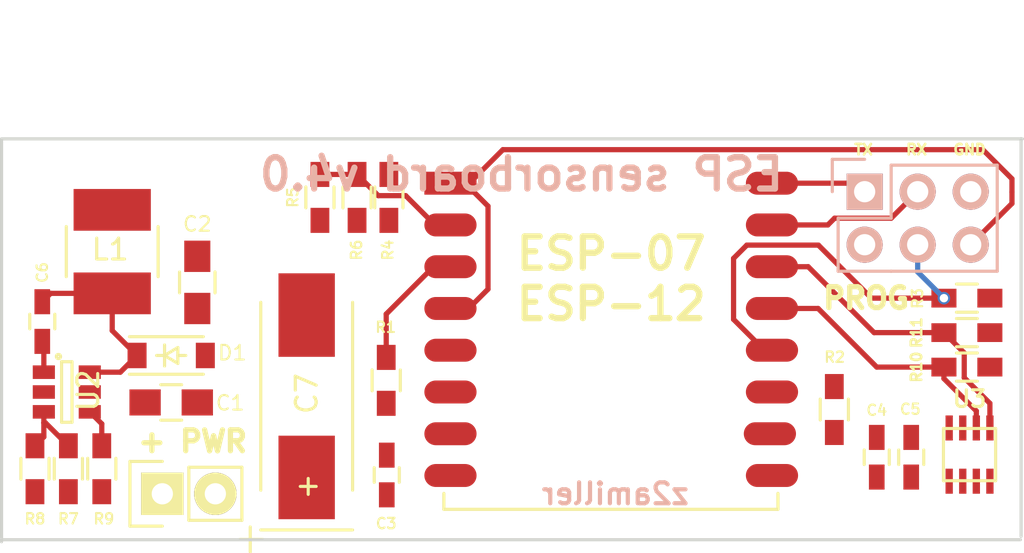
<source format=kicad_pcb>

(kicad_pcb
  (version 20171130)
  (host pcbnew "(5.1.12)-1")
  (general
    (thickness 1.6)
    (drawings 14)
    (tracks 198)
    (zones 0)
    (modules 25)
    (nets 21))
  (page A4)
  (layers
    (0 F.Cu mixed)
    (31 B.Cu mixed)
    (32 B.Adhes user hide)
    (33 F.Adhes user hide)
    (34 B.Paste user hide)
    (35 F.Paste user hide)
    (36 B.SilkS user hide)
    (37 F.SilkS user hide)
    (38 B.Mask user hide)
    (39 F.Mask user hide)
    (40 Dwgs.User user hide)
    (41 Cmts.User user hide)
    (42 Eco1.User user hide)
    (43 Eco2.User user hide)
    (44 Edge.Cuts user)
    (45 Margin user hide)
    (46 B.CrtYd user hide)
    (47 F.CrtYd user hide)
    (48 B.Fab user hide)
    (49 F.Fab user hide))
  (setup
    (last_trace_width 0.25)
    (trace_clearance 0.2)
    (zone_clearance 0.1)
    (zone_45_only yes)
    (trace_min 0.2)
    (via_size 0.6)
    (via_drill 0.4)
    (via_min_size 0.4)
    (via_min_drill 0.3)
    (uvia_size 0.3)
    (uvia_drill 0.1)
    (uvias_allowed no)
    (uvia_min_size 0.2)
    (uvia_min_drill 0.1)
    (edge_width 0.15)
    (segment_width 0.2)
    (pcb_text_width 0.3)
    (pcb_text_size 1.5 1.5)
    (mod_edge_width 0.15)
    (mod_text_size 1 1)
    (mod_text_width 0.15)
    (pad_size 1.524 1.524)
    (pad_drill 0.762)
    (pad_to_mask_clearance 0.2)
    (aux_axis_origin 0 0)
    (grid_origin 143.2 70.1236)
    (visible_elements 7FFFFFFF)
    (pcbplotparams
      (layerselection 0x010f0_ffffffff)
      (usegerberextensions true)
      (usegerberattributes true)
      (usegerberadvancedattributes true)
      (creategerberjobfile true)
      (excludeedgelayer true)
      (linewidth 0.1)
      (plotframeref false)
      (viasonmask false)
      (mode 1)
      (useauxorigin false)
      (hpglpennumber 1)
      (hpglpenspeed 20)
      (hpglpendiameter 15.0)
      (psnegative false)
      (psa4output false)
      (plotreference true)
      (plotvalue false)
      (plotinvisibletext false)
      (padsonsilk false)
      (subtractmaskfromsilk false)
      (outputformat 1)
      (mirror false)
      (drillshape 0)
      (scaleselection 1)
      (outputdirectory "/Users/armil/projects/sensorboard/hardware/sensorboard/gerber/")))
  (net 0 "")
  (net 1 +6V)
  (net 2 GND)
  (net 3 +3V3)
  (net 4 TXD)
  (net 5 RXD)
  (net 6 GPIO0)
  (net 7 GPIO16)
  (net 8 CH_PD)
  (net 9 GPIO15)
  (net 10 "Net-(U1-Pad11)")
  (net 11 ADC_IN)
  (net 12 "Net-(C6-Pad1)")
  (net 13 "Net-(C6-Pad2)")
  (net 14 "Net-(R7-Pad2)")
  (net 15 "Net-(R9-Pad2)")
  (net 16 "Net-(U1-Pad5)")
  (net 17 "Net-(U1-Pad6)")
  (net 18 "Net-(U1-Pad7)")
  (net 19 SDL)
  (net 20 SDA)
  (net_class Default "This is the default net class."
    (clearance 0.2)
    (trace_width 0.25)
    (via_dia 0.6)
    (via_drill 0.4)
    (uvia_dia 0.3)
    (uvia_drill 0.1)
    (add_net +3V3)
    (add_net +6V)
    (add_net ADC_IN)
    (add_net CH_PD)
    (add_net GND)
    (add_net GPIO0)
    (add_net GPIO15)
    (add_net GPIO16)
    (add_net "Net-(C6-Pad1)")
    (add_net "Net-(C6-Pad2)")
    (add_net "Net-(R7-Pad2)")
    (add_net "Net-(R9-Pad2)")
    (add_net "Net-(U1-Pad11)")
    (add_net "Net-(U1-Pad5)")
    (add_net "Net-(U1-Pad6)")
    (add_net "Net-(U1-Pad7)")
    (add_net RXD)
    (add_net SDA)
    (add_net SDL)
    (add_net TXD))
  (net_class 3v3 ""
    (clearance 0.2)
    (trace_width 0.5)
    (via_dia 1)
    (via_drill 0.6)
    (uvia_dia 0.3)
    (uvia_drill 0.1))
  (module Capacitors_SMD:C_0805_HandSoldering
    (layer F.Cu)
    (tedit 56D2463F)
    (tstamp 55FF1E18)
    (at 134.425 85.025)
    (descr "Capacitor SMD 0805, hand soldering")
    (tags "capacitor 0805")
    (path /56D21C9B)
    (attr smd)
    (fp_text reference C1
      (at 2.825 0.025 180)
      (layer F.SilkS)
      (effects
        (font
          (size 0.7 0.7)
          (thickness 0.1))))
    (fp_text value 10uf
      (at 0 2.1)
      (layer F.Fab)
      (effects
        (font
          (size 1 1)
          (thickness 0.15))))
    (fp_line
      (start -0.5 0.85)
      (end 0.5 0.85)
      (layer F.SilkS)
      (width 0.15))
    (fp_line
      (start 0.5 -0.85)
      (end -0.5 -0.85)
      (layer F.SilkS)
      (width 0.15))
    (fp_line
      (start 2.3 -1)
      (end 2.3 1)
      (layer F.CrtYd)
      (width 0.05))
    (fp_line
      (start -2.3 -1)
      (end -2.3 1)
      (layer F.CrtYd)
      (width 0.05))
    (fp_line
      (start -2.3 1)
      (end 2.3 1)
      (layer F.CrtYd)
      (width 0.05))
    (fp_line
      (start -2.3 -1)
      (end 2.3 -1)
      (layer F.CrtYd)
      (width 0.05))
    (pad 1 smd rect
      (at -1.25 0)
      (size 1.5 1.25)
      (layers F.Cu F.Paste F.Mask))
    (pad 2 smd rect
      (at 1.25 0)
      (size 1.5 1.25)
      (layers F.Cu F.Paste F.Mask))
    (model Capacitors_SMD.3dshapes/C_0805_HandSoldering.wrl
      (at
        (xyz 0 0 0))
      (scale
        (xyz 1 1 1))
      (rotate
        (xyz 0 0 0))))
  (module Capacitors_SMD:C_0805_HandSoldering
    (layer F.Cu)
    (tedit 56D24543)
    (tstamp 55FF1E24)
    (at 135.675 79.275 270)
    (descr "Capacitor SMD 0805, hand soldering")
    (tags "capacitor 0805")
    (path /56D223B2)
    (attr smd)
    (fp_text reference C2
      (at -2.794 0)
      (layer F.SilkS)
      (effects
        (font
          (size 0.7 0.7)
          (thickness 0.1))))
    (fp_text value 10uf
      (at 0 2.1 270)
      (layer F.Fab)
      (effects
        (font
          (size 1 1)
          (thickness 0.15))))
    (fp_line
      (start -0.5 0.85)
      (end 0.5 0.85)
      (layer F.SilkS)
      (width 0.15))
    (fp_line
      (start 0.5 -0.85)
      (end -0.5 -0.85)
      (layer F.SilkS)
      (width 0.15))
    (fp_line
      (start 2.3 -1)
      (end 2.3 1)
      (layer F.CrtYd)
      (width 0.05))
    (fp_line
      (start -2.3 -1)
      (end -2.3 1)
      (layer F.CrtYd)
      (width 0.05))
    (fp_line
      (start -2.3 1)
      (end 2.3 1)
      (layer F.CrtYd)
      (width 0.05))
    (fp_line
      (start -2.3 -1)
      (end 2.3 -1)
      (layer F.CrtYd)
      (width 0.05))
    (pad 1 smd rect
      (at -1.25 0 270)
      (size 1.5 1.25)
      (layers F.Cu F.Paste F.Mask))
    (pad 2 smd rect
      (at 1.25 0 270)
      (size 1.5 1.25)
      (layers F.Cu F.Paste F.Mask))
    (model Capacitors_SMD.3dshapes/C_0805_HandSoldering.wrl
      (at
        (xyz 0 0 0))
      (scale
        (xyz 1 1 1))
      (rotate
        (xyz 0 0 0))))
  (module Pin_Headers:Pin_Header_Straight_2x03
    (layer B.Cu)
    (tedit 563E9BC6)
    (tstamp 55FF1E70)
    (at 167.64 74.93 270)
    (descr "Through hole pin header")
    (tags "pin header")
    (path /55FF1B5B)
    (fp_text reference P2
      (at 4.826 -2.794)
      (layer B.SilkS) hide
      (effects
        (font
          (size 1 1)
          (thickness 0.15))
        (justify mirror)))
    (fp_text value PROG
      (at 0 3.1 270)
      (layer B.Fab)
      (effects
        (font
          (size 1 1)
          (thickness 0.15))
        (justify mirror)))
    (fp_line
      (start 3.81 -1.27)
      (end 3.81 1.27)
      (layer B.SilkS)
      (width 0.15))
    (fp_line
      (start 3.81 1.27)
      (end 1.27 1.27)
      (layer B.SilkS)
      (width 0.15))
    (fp_line
      (start -1.55 1.55)
      (end -1.55 0)
      (layer B.SilkS)
      (width 0.15))
    (fp_line
      (start 3.81 -6.35)
      (end 3.81 -1.27)
      (layer B.SilkS)
      (width 0.15))
    (fp_line
      (start -1.27 -6.35)
      (end 3.81 -6.35)
      (layer B.SilkS)
      (width 0.15))
    (fp_line
      (start 1.27 -1.27)
      (end -1.27 -1.27)
      (layer B.SilkS)
      (width 0.15))
    (fp_line
      (start 1.27 1.27)
      (end 1.27 -1.27)
      (layer B.SilkS)
      (width 0.15))
    (fp_line
      (start -1.75 -6.85)
      (end 4.3 -6.85)
      (layer B.CrtYd)
      (width 0.05))
    (fp_line
      (start -1.75 1.75)
      (end 4.3 1.75)
      (layer B.CrtYd)
      (width 0.05))
    (fp_line
      (start 4.3 1.75)
      (end 4.3 -6.85)
      (layer B.CrtYd)
      (width 0.05))
    (fp_line
      (start -1.75 1.75)
      (end -1.75 -6.85)
      (layer B.CrtYd)
      (width 0.05))
    (fp_line
      (start -1.55 1.55)
      (end 0 1.55)
      (layer B.SilkS)
      (width 0.15))
    (fp_line
      (start -1.27 -1.27)
      (end -1.27 -6.35)
      (layer B.SilkS)
      (width 0.15))
    (pad 1 thru_hole rect
      (at 0 0 270)
      (size 1.7272 1.7272)
      (drill 1.016)
      (layers *.Cu *.Mask B.SilkS)
      (net 4 TXD))
    (pad 2 thru_hole oval
      (at 2.54 0 270)
      (size 1.7272 1.7272)
      (drill 1.016)
      (layers *.Cu *.Mask B.SilkS))
    (pad 3 thru_hole oval
      (at 0 -2.54 270)
      (size 1.7272 1.7272)
      (drill 1.016)
      (layers *.Cu *.Mask B.SilkS)
      (net 5 RXD))
    (pad 4 thru_hole oval
      (at 2.54 -2.54 270)
      (size 1.7272 1.7272)
      (drill 1.016)
      (layers *.Cu *.Mask B.SilkS)
      (net 6 GPIO0))
    (pad 5 thru_hole oval
      (at 0 -5.08 270)
      (size 1.7272 1.7272)
      (drill 1.016)
      (layers *.Cu *.Mask B.SilkS))
    (pad 6 thru_hole oval
      (at 2.54 -5.08 270)
      (size 1.7272 1.7272)
      (drill 1.016)
      (layers *.Cu *.Mask B.SilkS)
      (net 7 GPIO16))
    (model Pin_Headers.3dshapes/Pin_Header_Straight_2x03.wrl
      (offset
        (xyz 1.269999980926514 -2.539999961853027 0))
      (scale
        (xyz 1 1 1))
      (rotate
        (xyz 0 0 90))))
  (module ESP8266:ESP-12 locked
    (layer F.Cu)
    (tedit 563E9CAC)
    (tstamp 55FF1EC8)
    (at 148.5011 74.5236)
    (descr "Module, ESP-8266, ESP-12, 16 pad, SMD")
    (tags "Module ESP-8266 ESP8266")
    (path /55FE33C2)
    (fp_text reference U1
      (at 7.0989 14.6764)
      (layer F.SilkS) hide
      (effects
        (font
          (size 1 1)
          (thickness 0.15))))
    (fp_text value ESP-07v2
      (at 6.992 1)
      (layer F.Fab)
      (effects
        (font
          (size 1 1)
          (thickness 0.15))))
    (fp_text user "No Copper"
      (at 6.892 -5.4)
      (layer F.CrtYd)
      (effects
        (font
          (size 1 1)
          (thickness 0.15))))
    (fp_line
      (start -1.008 -8.4)
      (end 14.992 -8.4)
      (layer F.Fab)
      (width 0.05))
    (fp_line
      (start -1.008 15.6)
      (end -1.008 -8.4)
      (layer F.Fab)
      (width 0.05))
    (fp_line
      (start 14.992 15.6)
      (end -1.008 15.6)
      (layer F.Fab)
      (width 0.05))
    (fp_line
      (start 15 -8.4)
      (end 15 15.6)
      (layer F.Fab)
      (width 0.05))
    (fp_line
      (start -1.008 -2.6)
      (end 14.992 -2.6)
      (layer F.CrtYd)
      (width 0.1524))
    (fp_line
      (start -1.008 -8.4)
      (end 14.992 -2.6)
      (layer F.CrtYd)
      (width 0.1524))
    (fp_line
      (start 14.992 -8.4)
      (end -1.008 -2.6)
      (layer F.CrtYd)
      (width 0.1524))
    (fp_line
      (start 14.986 15.621)
      (end 14.986 14.859)
      (layer F.SilkS)
      (width 0.1524))
    (fp_line
      (start -1.016 15.621)
      (end 14.986 15.621)
      (layer F.SilkS)
      (width 0.1524))
    (fp_line
      (start -1.016 14.859)
      (end -1.016 15.621)
      (layer F.SilkS)
      (width 0.1524))
    (fp_line
      (start -1.016 -8.382)
      (end -1.016 -1.016)
      (layer F.CrtYd)
      (width 0.1524))
    (fp_line
      (start 14.986 -8.382)
      (end 14.986 -0.889)
      (layer F.CrtYd)
      (width 0.1524))
    (fp_line
      (start -1.016 -8.382)
      (end 14.986 -8.382)
      (layer F.CrtYd)
      (width 0.1524))
    (fp_line
      (start -2.25 16)
      (end -2.25 -0.5)
      (layer F.CrtYd)
      (width 0.05))
    (fp_line
      (start 16.25 16)
      (end -2.25 16)
      (layer F.CrtYd)
      (width 0.05))
    (fp_line
      (start 16.25 -8.75)
      (end 16.25 16)
      (layer F.CrtYd)
      (width 0.05))
    (fp_line
      (start 15.25 -8.75)
      (end 16.25 -8.75)
      (layer F.CrtYd)
      (width 0.05))
    (fp_line
      (start -2.25 -8.75)
      (end 15.25 -8.75)
      (layer F.CrtYd)
      (width 0.05))
    (fp_line
      (start -2.25 -0.5)
      (end -2.25 -8.75)
      (layer F.CrtYd)
      (width 0.05))
    (pad 1 smd rect
      (at 0 0)
      (size 2.5 1.1)
      (drill
        (offset -0.7 0))
      (layers F.Cu F.Paste F.Mask)
      (net 7 GPIO16))
    (pad 2 smd oval
      (at 0 2)
      (size 2.5 1.1)
      (drill
        (offset -0.7 0))
      (layers F.Cu F.Paste F.Mask)
      (net 11 ADC_IN))
    (pad 3 smd oval
      (at 0 4)
      (size 2.5 1.1)
      (drill
        (offset -0.7 0))
      (layers F.Cu F.Paste F.Mask)
      (net 8 CH_PD))
    (pad 4 smd oval
      (at 0 6)
      (size 2.5 1.1)
      (drill
        (offset -0.7 0))
      (layers F.Cu F.Paste F.Mask)
      (net 7 GPIO16))
    (pad 5 smd oval
      (at 0 8)
      (size 2.5 1.1)
      (drill
        (offset -0.7 0))
      (layers F.Cu F.Paste F.Mask))
    (pad 6 smd oval
      (at 0 10)
      (size 2.5 1.1)
      (drill
        (offset -0.7 0))
      (layers F.Cu F.Paste F.Mask))
    (pad 7 smd oval
      (at 0 12)
      (size 2.5 1.1)
      (drill
        (offset -0.7 0))
      (layers F.Cu F.Paste F.Mask))
    (pad 8 smd oval
      (at 0 14)
      (size 2.5 1.1)
      (drill
        (offset -0.7 0))
      (layers F.Cu F.Paste F.Mask))
    (pad 9 smd oval
      (at 14 14)
      (size 2.5 1.1)
      (drill
        (offset 0.7 0))
      (layers F.Cu F.Paste F.Mask))
    (pad 10 smd oval
      (at 14 12)
      (size 2.5 1.1)
      (drill
        (offset 0.6 0))
      (layers F.Cu F.Paste F.Mask))
    (pad 11 smd oval
      (at 14 10)
      (size 2.5 1.1)
      (drill
        (offset 0.7 0))
      (layers F.Cu F.Paste F.Mask))
    (pad 12 smd oval
      (at 14 8)
      (size 2.5 1.1)
      (drill
        (offset 0.7 0))
      (layers F.Cu F.Paste F.Mask)
      (net 6 GPIO0))
    (pad 13 smd oval
      (at 14 6)
      (size 2.5 1.1)
      (drill
        (offset 0.7 0))
      (layers F.Cu F.Paste F.Mask)
      (net 20 SDA))
    (pad 14 smd oval
      (at 14 4)
      (size 2.5 1.1)
      (drill
        (offset 0.7 0))
      (layers F.Cu F.Paste F.Mask)
      (net 19 SDL))
    (pad 15 smd oval
      (at 14 2)
      (size 2.5 1.1)
      (drill
        (offset 0.7 0))
      (layers F.Cu F.Paste F.Mask)
      (net 5 RXD))
    (pad 16 smd oval
      (at 14 0)
      (size 2.5 1.1)
      (drill
        (offset 0.7 0))
      (layers F.Cu F.Paste F.Mask)
      (net 4 TXD))
    (model ${ESPLIB}/ESP8266.3dshapes/ESP-12.wrl
      (at
        (xyz 0 0 0))
      (scale
        (xyz 0.3937 0.3937 0.3937))
      (rotate
        (xyz 0 0 0))))
  (module Resistors_SMD:R_0603_HandSoldering
    (layer F.Cu)
    (tedit 571FC6FD)
    (tstamp 55FF1EA0)
    (at 144.851 75.2036 90)
    (descr "Resistor SMD 0603, hand soldering")
    (tags "resistor 0603")
    (path /55FF23C6)
    (attr smd)
    (fp_text reference R4
      (at -2.52 -0.051 90)
      (layer F.SilkS)
      (effects
        (font
          (size 0.5 0.5)
          (thickness 0.1))))
    (fp_text value 10k
      (at 0 1.9 90)
      (layer F.Fab)
      (effects
        (font
          (size 1 1)
          (thickness 0.15))))
    (fp_line
      (start -0.5 -0.675)
      (end 0.5 -0.675)
      (layer F.SilkS)
      (width 0.15))
    (fp_line
      (start 0.5 0.675)
      (end -0.5 0.675)
      (layer F.SilkS)
      (width 0.15))
    (fp_line
      (start 2 -0.8)
      (end 2 0.8)
      (layer F.CrtYd)
      (width 0.05))
    (fp_line
      (start -2 -0.8)
      (end -2 0.8)
      (layer F.CrtYd)
      (width 0.05))
    (fp_line
      (start -2 0.8)
      (end 2 0.8)
      (layer F.CrtYd)
      (width 0.05))
    (fp_line
      (start -2 -0.8)
      (end 2 -0.8)
      (layer F.CrtYd)
      (width 0.05))
    (pad 1 smd rect
      (at -1.1 0 90)
      (size 1.2 0.9)
      (layers F.Cu F.Paste F.Mask))
    (pad 2 smd rect
      (at 1.1 0 90)
      (size 1.2 0.9)
      (layers F.Cu F.Paste F.Mask))
    (model Resistors_SMD.3dshapes/R_0603_HandSoldering.wrl
      (at
        (xyz 0 0 0))
      (scale
        (xyz 1 1 1))
      (rotate
        (xyz 0 0 0))))
  (module Resistors_SMD:R_0603_HandSoldering
    (layer F.Cu)
    (tedit 56D246D6)
    (tstamp 55FF1E94)
    (at 172.537 80.0296 180)
    (descr "Resistor SMD 0603, hand soldering")
    (tags "resistor 0603")
    (path /55FF22B8)
    (attr smd)
    (fp_text reference R3
      (at 2.366 -0.016 270)
      (layer F.SilkS)
      (effects
        (font
          (size 0.5 0.5)
          (thickness 0.1))))
    (fp_text value 10k
      (at 0 1.9 180)
      (layer F.Fab)
      (effects
        (font
          (size 1 1)
          (thickness 0.15))))
    (fp_line
      (start -0.5 -0.675)
      (end 0.5 -0.675)
      (layer F.SilkS)
      (width 0.15))
    (fp_line
      (start 0.5 0.675)
      (end -0.5 0.675)
      (layer F.SilkS)
      (width 0.15))
    (fp_line
      (start 2 -0.8)
      (end 2 0.8)
      (layer F.CrtYd)
      (width 0.05))
    (fp_line
      (start -2 -0.8)
      (end -2 0.8)
      (layer F.CrtYd)
      (width 0.05))
    (fp_line
      (start -2 0.8)
      (end 2 0.8)
      (layer F.CrtYd)
      (width 0.05))
    (fp_line
      (start -2 -0.8)
      (end 2 -0.8)
      (layer F.CrtYd)
      (width 0.05))
    (pad 1 smd rect
      (at -1.1 0 180)
      (size 1.2 0.9)
      (layers F.Cu F.Paste F.Mask))
    (pad 2 smd rect
      (at 1.1 0 180)
      (size 1.2 0.9)
      (layers F.Cu F.Paste F.Mask)
      (net 6 GPIO0))
    (model Resistors_SMD.3dshapes/R_0603_HandSoldering.wrl
      (at
        (xyz 0 0 0))
      (scale
        (xyz 1 1 1))
      (rotate
        (xyz 0 0 0))))
  (module Resistors_SMD:R_0603_HandSoldering
    (layer F.Cu)
    (tedit 56D246C3)
    (tstamp 55FF1E88)
    (at 166.187 85.3636 90)
    (descr "Resistor SMD 0603, hand soldering")
    (tags "resistor 0603")
    (path /55FE59B4)
    (attr smd)
    (fp_text reference R2
      (at 2.508 0.016 180)
      (layer F.SilkS)
      (effects
        (font
          (size 0.5 0.5)
          (thickness 0.1))))
    (fp_text value 10k
      (at 0 1.9 90)
      (layer F.Fab)
      (effects
        (font
          (size 1 1)
          (thickness 0.15))))
    (fp_line
      (start -0.5 -0.675)
      (end 0.5 -0.675)
      (layer F.SilkS)
      (width 0.15))
    (fp_line
      (start 0.5 0.675)
      (end -0.5 0.675)
      (layer F.SilkS)
      (width 0.15))
    (fp_line
      (start 2 -0.8)
      (end 2 0.8)
      (layer F.CrtYd)
      (width 0.05))
    (fp_line
      (start -2 -0.8)
      (end -2 0.8)
      (layer F.CrtYd)
      (width 0.05))
    (fp_line
      (start -2 0.8)
      (end 2 0.8)
      (layer F.CrtYd)
      (width 0.05))
    (fp_line
      (start -2 -0.8)
      (end 2 -0.8)
      (layer F.CrtYd)
      (width 0.05))
    (pad 1 smd rect
      (at -1.1 0 90)
      (size 1.2 0.9)
      (layers F.Cu F.Paste F.Mask))
    (pad 2 smd rect
      (at 1.1 0 90)
      (size 1.2 0.9)
      (layers F.Cu F.Paste F.Mask))
    (model Resistors_SMD.3dshapes/R_0603_HandSoldering.wrl
      (at
        (xyz 0 0 0))
      (scale
        (xyz 1 1 1))
      (rotate
        (xyz 0 0 0))))
  (module Resistors_SMD:R_0603_HandSoldering
    (layer F.Cu)
    (tedit 571FC746)
    (tstamp 55FF1E7C)
    (at 144.724 83.9666 90)
    (descr "Resistor SMD 0603, hand soldering")
    (tags "resistor 0603")
    (path /55FE5653)
    (attr smd)
    (fp_text reference R1
      (at 2.543 -0.024 180)
      (layer F.SilkS)
      (effects
        (font
          (size 0.5 0.5)
          (thickness 0.1))))
    (fp_text value 10k
      (at 0 1.9 90)
      (layer F.Fab)
      (effects
        (font
          (size 1 1)
          (thickness 0.15))))
    (fp_line
      (start -0.5 -0.675)
      (end 0.5 -0.675)
      (layer F.SilkS)
      (width 0.15))
    (fp_line
      (start 0.5 0.675)
      (end -0.5 0.675)
      (layer F.SilkS)
      (width 0.15))
    (fp_line
      (start 2 -0.8)
      (end 2 0.8)
      (layer F.CrtYd)
      (width 0.05))
    (fp_line
      (start -2 -0.8)
      (end -2 0.8)
      (layer F.CrtYd)
      (width 0.05))
    (fp_line
      (start -2 0.8)
      (end 2 0.8)
      (layer F.CrtYd)
      (width 0.05))
    (fp_line
      (start -2 -0.8)
      (end 2 -0.8)
      (layer F.CrtYd)
      (width 0.05))
    (pad 1 smd rect
      (at -1.1 0 90)
      (size 1.2 0.9)
      (layers F.Cu F.Paste F.Mask))
    (pad 2 smd rect
      (at 1.1 0 90)
      (size 1.2 0.9)
      (layers F.Cu F.Paste F.Mask)
      (net 8 CH_PD))
    (model Resistors_SMD.3dshapes/R_0603_HandSoldering.wrl
      (at
        (xyz 0 0 0))
      (scale
        (xyz 1 1 1))
      (rotate
        (xyz 0 0 0))))
  (module Capacitors_SMD:C_0603_HandSoldering
    (layer F.Cu)
    (tedit 56D246EA)
    (tstamp 55FF1E48)
    (at 169.87 87.6496 270)
    (descr "Capacitor SMD 0603, hand soldering")
    (tags "capacitor 0603")
    (path /57020FB3)
    (attr smd)
    (fp_text reference C5
      (at -2.302 0.044)
      (layer F.SilkS)
      (effects
        (font
          (size 0.5 0.5)
          (thickness 0.1))))
    (fp_text value 100nf
      (at 0 1.9 270)
      (layer F.Fab)
      (effects
        (font
          (size 1 1)
          (thickness 0.15))))
    (fp_line
      (start 0.35 0.6)
      (end -0.35 0.6)
      (layer F.SilkS)
      (width 0.15))
    (fp_line
      (start -0.35 -0.6)
      (end 0.35 -0.6)
      (layer F.SilkS)
      (width 0.15))
    (fp_line
      (start 1.85 -0.75)
      (end 1.85 0.75)
      (layer F.CrtYd)
      (width 0.05))
    (fp_line
      (start -1.85 -0.75)
      (end -1.85 0.75)
      (layer F.CrtYd)
      (width 0.05))
    (fp_line
      (start -1.85 0.75)
      (end 1.85 0.75)
      (layer F.CrtYd)
      (width 0.05))
    (fp_line
      (start -1.85 -0.75)
      (end 1.85 -0.75)
      (layer F.CrtYd)
      (width 0.05))
    (pad 1 smd rect
      (at -0.95 0 270)
      (size 1.2 0.75)
      (layers F.Cu F.Paste F.Mask))
    (pad 2 smd rect
      (at 0.95 0 270)
      (size 1.2 0.75)
      (layers F.Cu F.Paste F.Mask))
    (model Capacitors_SMD.3dshapes/C_0603_HandSoldering.wrl
      (at
        (xyz 0 0 0))
      (scale
        (xyz 1 1 1))
      (rotate
        (xyz 0 0 0))))
  (module Capacitors_SMD:C_0603_HandSoldering
    (layer F.Cu)
    (tedit 5701F8D2)
    (tstamp 55FF1E30)
    (at 144.75 88.5 90)
    (descr "Capacitor SMD 0603, hand soldering")
    (tags "capacitor 0603")
    (path /55FE3B7D)
    (attr smd)
    (fp_text reference C3
      (at -2.3246 -0.026 180)
      (layer F.SilkS)
      (effects
        (font
          (size 0.5 0.5)
          (thickness 0.1))))
    (fp_text value 100nf
      (at 0 1.9 90)
      (layer F.Fab)
      (effects
        (font
          (size 1 1)
          (thickness 0.15))))
    (fp_line
      (start 0.35 0.6)
      (end -0.35 0.6)
      (layer F.SilkS)
      (width 0.15))
    (fp_line
      (start -0.35 -0.6)
      (end 0.35 -0.6)
      (layer F.SilkS)
      (width 0.15))
    (fp_line
      (start 1.85 -0.75)
      (end 1.85 0.75)
      (layer F.CrtYd)
      (width 0.05))
    (fp_line
      (start -1.85 -0.75)
      (end -1.85 0.75)
      (layer F.CrtYd)
      (width 0.05))
    (fp_line
      (start -1.85 0.75)
      (end 1.85 0.75)
      (layer F.CrtYd)
      (width 0.05))
    (fp_line
      (start -1.85 -0.75)
      (end 1.85 -0.75)
      (layer F.CrtYd)
      (width 0.05))
    (pad 1 smd rect
      (at -0.95 0 90)
      (size 1.2 0.75)
      (layers F.Cu F.Paste F.Mask))
    (pad 2 smd rect
      (at 0.95 0 90)
      (size 1.2 0.75)
      (layers F.Cu F.Paste F.Mask))
    (model Capacitors_SMD.3dshapes/C_0603_HandSoldering.wrl
      (at
        (xyz 0 0 0))
      (scale
        (xyz 1 1 1))
      (rotate
        (xyz 0 0 0))))
  (module Capacitors_SMD:C_0603_HandSoldering
    (layer F.Cu)
    (tedit 56D2470E)
    (tstamp 55FF1E3C)
    (at 168.219 87.6496 270)
    (descr "Capacitor SMD 0603, hand soldering")
    (tags "capacitor 0603")
    (path /57020F20)
    (attr smd)
    (fp_text reference C4
      (at -2.25 0)
      (layer F.SilkS)
      (effects
        (font
          (size 0.5 0.5)
          (thickness 0.1))))
    (fp_text value 100nf
      (at 0 1.9 270)
      (layer F.Fab)
      (effects
        (font
          (size 1 1)
          (thickness 0.15))))
    (fp_line
      (start 0.35 0.6)
      (end -0.35 0.6)
      (layer F.SilkS)
      (width 0.15))
    (fp_line
      (start -0.35 -0.6)
      (end 0.35 -0.6)
      (layer F.SilkS)
      (width 0.15))
    (fp_line
      (start 1.85 -0.75)
      (end 1.85 0.75)
      (layer F.CrtYd)
      (width 0.05))
    (fp_line
      (start -1.85 -0.75)
      (end -1.85 0.75)
      (layer F.CrtYd)
      (width 0.05))
    (fp_line
      (start -1.85 0.75)
      (end 1.85 0.75)
      (layer F.CrtYd)
      (width 0.05))
    (fp_line
      (start -1.85 -0.75)
      (end 1.85 -0.75)
      (layer F.CrtYd)
      (width 0.05))
    (pad 1 smd rect
      (at -0.95 0 270)
      (size 1.2 0.75)
      (layers F.Cu F.Paste F.Mask))
    (pad 2 smd rect
      (at 0.95 0 270)
      (size 1.2 0.75)
      (layers F.Cu F.Paste F.Mask))
    (model Capacitors_SMD.3dshapes/C_0603_HandSoldering.wrl
      (at
        (xyz 0 0 0))
      (scale
        (xyz 1 1 1))
      (rotate
        (xyz 0 0 0))))
  (module Resistors_SMD:R_0603_HandSoldering
    (layer F.Cu)
    (tedit 56D24698)
    (tstamp 5637F355)
    (at 141.549 75.2036 90)
    (descr "Resistor SMD 0603, hand soldering")
    (tags "resistor 0603")
    (path /562D41A2)
    (attr smd)
    (fp_text reference R5
      (at 0 -1.3 90)
      (layer F.SilkS)
      (effects
        (font
          (size 0.5 0.5)
          (thickness 0.1))))
    (fp_text value 470K
      (at 0 1.9 90)
      (layer F.Fab)
      (effects
        (font
          (size 1 1)
          (thickness 0.15))))
    (fp_line
      (start -0.5 -0.675)
      (end 0.5 -0.675)
      (layer F.SilkS)
      (width 0.15))
    (fp_line
      (start 0.5 0.675)
      (end -0.5 0.675)
      (layer F.SilkS)
      (width 0.15))
    (fp_line
      (start 2 -0.8)
      (end 2 0.8)
      (layer F.CrtYd)
      (width 0.05))
    (fp_line
      (start -2 -0.8)
      (end -2 0.8)
      (layer F.CrtYd)
      (width 0.05))
    (fp_line
      (start -2 0.8)
      (end 2 0.8)
      (layer F.CrtYd)
      (width 0.05))
    (fp_line
      (start -2 -0.8)
      (end 2 -0.8)
      (layer F.CrtYd)
      (width 0.05))
    (pad 1 smd rect
      (at -1.1 0 90)
      (size 1.2 0.9)
      (layers F.Cu F.Paste F.Mask))
    (pad 2 smd rect
      (at 1.1 0 90)
      (size 1.2 0.9)
      (layers F.Cu F.Paste F.Mask)
      (net 11 ADC_IN))
    (model Resistors_SMD.3dshapes/R_0603_HandSoldering.wrl
      (at
        (xyz 0 0 0))
      (scale
        (xyz 1 1 1))
      (rotate
        (xyz 0 0 0))))
  (module Resistors_SMD:R_0603_HandSoldering
    (layer F.Cu)
    (tedit 571FC702)
    (tstamp 5637F35B)
    (at 143.327 75.2036 270)
    (descr "Resistor SMD 0603, hand soldering")
    (tags "resistor 0603")
    (path /562D41F0)
    (attr smd)
    (fp_text reference R6
      (at 2.52 0.027 270)
      (layer F.SilkS)
      (effects
        (font
          (size 0.5 0.5)
          (thickness 0.1))))
    (fp_text value 47K
      (at 0 1.9 270)
      (layer F.Fab)
      (effects
        (font
          (size 1 1)
          (thickness 0.15))))
    (fp_line
      (start -0.5 -0.675)
      (end 0.5 -0.675)
      (layer F.SilkS)
      (width 0.15))
    (fp_line
      (start 0.5 0.675)
      (end -0.5 0.675)
      (layer F.SilkS)
      (width 0.15))
    (fp_line
      (start 2 -0.8)
      (end 2 0.8)
      (layer F.CrtYd)
      (width 0.05))
    (fp_line
      (start -2 -0.8)
      (end -2 0.8)
      (layer F.CrtYd)
      (width 0.05))
    (fp_line
      (start -2 0.8)
      (end 2 0.8)
      (layer F.CrtYd)
      (width 0.05))
    (fp_line
      (start -2 -0.8)
      (end 2 -0.8)
      (layer F.CrtYd)
      (width 0.05))
    (pad 1 smd rect
      (at -1.1 0 270)
      (size 1.2 0.9)
      (layers F.Cu F.Paste F.Mask)
      (net 11 ADC_IN))
    (pad 2 smd rect
      (at 1.1 0 270)
      (size 1.2 0.9)
      (layers F.Cu F.Paste F.Mask))
    (model Resistors_SMD.3dshapes/R_0603_HandSoldering.wrl
      (at
        (xyz 0 0 0))
      (scale
        (xyz 1 1 1))
      (rotate
        (xyz 0 0 0))))
  (module Capacitors_SMD:C_0603_HandSoldering
    (layer F.Cu)
    (tedit 56D2467C)
    (tstamp 56D222AA)
    (at 128.25 81.15 90)
    (descr "Capacitor SMD 0603, hand soldering")
    (tags "capacitor 0603")
    (path /56D21DE9)
    (attr smd)
    (fp_text reference C6
      (at 2.35 0 90)
      (layer F.SilkS)
      (effects
        (font
          (size 0.5 0.5)
          (thickness 0.1))))
    (fp_text value 1uf
      (at 0 1.9 90)
      (layer F.Fab)
      (effects
        (font
          (size 1 1)
          (thickness 0.15))))
    (fp_line
      (start 0.35 0.6)
      (end -0.35 0.6)
      (layer F.SilkS)
      (width 0.15))
    (fp_line
      (start -0.35 -0.6)
      (end 0.35 -0.6)
      (layer F.SilkS)
      (width 0.15))
    (fp_line
      (start 1.85 -0.75)
      (end 1.85 0.75)
      (layer F.CrtYd)
      (width 0.05))
    (fp_line
      (start -1.85 -0.75)
      (end -1.85 0.75)
      (layer F.CrtYd)
      (width 0.05))
    (fp_line
      (start -1.85 0.75)
      (end 1.85 0.75)
      (layer F.CrtYd)
      (width 0.05))
    (fp_line
      (start -1.85 -0.75)
      (end 1.85 -0.75)
      (layer F.CrtYd)
      (width 0.05))
    (pad 1 smd rect
      (at -0.95 0 90)
      (size 1.2 0.75)
      (layers F.Cu F.Paste F.Mask)
      (net 12 "Net-(C6-Pad1)"))
    (pad 2 smd rect
      (at 0.95 0 90)
      (size 1.2 0.75)
      (layers F.Cu F.Paste F.Mask)
      (net 13 "Net-(C6-Pad2)"))
    (model Capacitors_SMD.3dshapes/C_0603_HandSoldering.wrl
      (at
        (xyz 0 0 0))
      (scale
        (xyz 1 1 1))
      (rotate
        (xyz 0 0 0))))
  (module Diodes_SMD:SOD-123
    (layer F.Cu)
    (tedit 56D2453B)
    (tstamp 56D222B0)
    (at 134.425 82.775)
    (descr SOD-123)
    (tags SOD-123)
    (path /56D220A1)
    (attr smd)
    (fp_text reference D1
      (at 2.925 -0.125)
      (layer F.SilkS)
      (effects
        (font
          (size 0.7 0.7)
          (thickness 0.1))))
    (fp_text value "60V 1A"
      (at 0 2.1)
      (layer F.Fab)
      (effects
        (font
          (size 1 1)
          (thickness 0.15))))
    (fp_line
      (start -2 -0.9)
      (end 1.54 -0.9)
      (layer F.SilkS)
      (width 0.15))
    (fp_line
      (start -2 0.9)
      (end 1.54 0.9)
      (layer F.SilkS)
      (width 0.15))
    (fp_line
      (start -2.25 -1.05)
      (end -2.25 1.05)
      (layer F.CrtYd)
      (width 0.05))
    (fp_line
      (start 2.25 1.05)
      (end -2.25 1.05)
      (layer F.CrtYd)
      (width 0.05))
    (fp_line
      (start 2.25 -1.05)
      (end 2.25 1.05)
      (layer F.CrtYd)
      (width 0.05))
    (fp_line
      (start -2.25 -1.05)
      (end 2.25 -1.05)
      (layer F.CrtYd)
      (width 0.05))
    (fp_line
      (start -0.3175 -0.508)
      (end -0.3175 0.508)
      (layer F.SilkS)
      (width 0.15))
    (fp_line
      (start 0.3175 0.381)
      (end -0.3175 0)
      (layer F.SilkS)
      (width 0.15))
    (fp_line
      (start 0.3175 -0.381)
      (end 0.3175 0.381)
      (layer F.SilkS)
      (width 0.15))
    (fp_line
      (start -0.3175 0)
      (end 0.3175 -0.381)
      (layer F.SilkS)
      (width 0.15))
    (fp_line
      (start -0.6985 0)
      (end -0.3175 0)
      (layer F.SilkS)
      (width 0.15))
    (fp_line
      (start 0.3175 0)
      (end 0.6985 0)
      (layer F.SilkS)
      (width 0.15))
    (pad 1 smd rect
      (at -1.635 0)
      (size 0.91 1.22)
      (layers F.Cu F.Paste F.Mask)
      (net 13 "Net-(C6-Pad2)"))
    (pad 2 smd rect
      (at 1.635 0)
      (size 0.91 1.22)
      (layers F.Cu F.Paste F.Mask)))
  (module Pin_Headers:Pin_Header_Straight_1x02
    (layer F.Cu)
    (tedit 56D24613)
    (tstamp 56D222C1)
    (at 134 89.4 90)
    (descr "Through hole pin header")
    (tags "pin header")
    (path /55FE3681)
    (fp_text reference P1
      (at 2.5 2.5 180)
      (layer F.SilkS) hide
      (effects
        (font
          (size 1 1)
          (thickness 0.15))))
    (fp_text value PWR
      (at 0 -3.1 90)
      (layer F.Fab)
      (effects
        (font
          (size 1 1)
          (thickness 0.15))))
    (fp_line
      (start -1.27 3.81)
      (end 1.27 3.81)
      (layer F.SilkS)
      (width 0.15))
    (fp_line
      (start -1.27 1.27)
      (end -1.27 3.81)
      (layer F.SilkS)
      (width 0.15))
    (fp_line
      (start -1.55 -1.55)
      (end 1.55 -1.55)
      (layer F.SilkS)
      (width 0.15))
    (fp_line
      (start -1.55 0)
      (end -1.55 -1.55)
      (layer F.SilkS)
      (width 0.15))
    (fp_line
      (start 1.27 1.27)
      (end -1.27 1.27)
      (layer F.SilkS)
      (width 0.15))
    (fp_line
      (start -1.75 4.3)
      (end 1.75 4.3)
      (layer F.CrtYd)
      (width 0.05))
    (fp_line
      (start -1.75 -1.75)
      (end 1.75 -1.75)
      (layer F.CrtYd)
      (width 0.05))
    (fp_line
      (start 1.75 -1.75)
      (end 1.75 4.3)
      (layer F.CrtYd)
      (width 0.05))
    (fp_line
      (start -1.75 -1.75)
      (end -1.75 4.3)
      (layer F.CrtYd)
      (width 0.05))
    (fp_line
      (start 1.55 -1.55)
      (end 1.55 0)
      (layer F.SilkS)
      (width 0.15))
    (fp_line
      (start 1.27 1.27)
      (end 1.27 3.81)
      (layer F.SilkS)
      (width 0.15))
    (pad 1 thru_hole rect
      (at 0 0 90)
      (size 2.032 2.032)
      (drill 1.016)
      (layers *.Cu *.Mask F.SilkS))
    (pad 2 thru_hole oval
      (at 0 2.54 90)
      (size 2.032 2.032)
      (drill 1.016)
      (layers *.Cu *.Mask F.SilkS))
    (model Pin_Headers.3dshapes/Pin_Header_Straight_1x02.wrl
      (offset
        (xyz 0 -1.269999980926514 0))
      (scale
        (xyz 1 1 1))
      (rotate
        (xyz 0 0 90))))
  (module Resistors_SMD:R_0603_HandSoldering
    (layer F.Cu)
    (tedit 56D24667)
    (tstamp 56D222C7)
    (at 129.5 88.2 90)
    (descr "Resistor SMD 0603, hand soldering")
    (tags "resistor 0603")
    (path /56D22281)
    (attr smd)
    (fp_text reference R7
      (at -2.4 0 180)
      (layer F.SilkS)
      (effects
        (font
          (size 0.5 0.5)
          (thickness 0.1))))
    (fp_text value 33k
      (at 0 1.9 90)
      (layer F.Fab)
      (effects
        (font
          (size 1 1)
          (thickness 0.15))))
    (fp_line
      (start -0.5 -0.675)
      (end 0.5 -0.675)
      (layer F.SilkS)
      (width 0.15))
    (fp_line
      (start 0.5 0.675)
      (end -0.5 0.675)
      (layer F.SilkS)
      (width 0.15))
    (fp_line
      (start 2 -0.8)
      (end 2 0.8)
      (layer F.CrtYd)
      (width 0.05))
    (fp_line
      (start -2 -0.8)
      (end -2 0.8)
      (layer F.CrtYd)
      (width 0.05))
    (fp_line
      (start -2 0.8)
      (end 2 0.8)
      (layer F.CrtYd)
      (width 0.05))
    (fp_line
      (start -2 -0.8)
      (end 2 -0.8)
      (layer F.CrtYd)
      (width 0.05))
    (pad 1 smd rect
      (at -1.1 0 90)
      (size 1.2 0.9)
      (layers F.Cu F.Paste F.Mask))
    (pad 2 smd rect
      (at 1.1 0 90)
      (size 1.2 0.9)
      (layers F.Cu F.Paste F.Mask)
      (net 14 "Net-(R7-Pad2)"))
    (model Resistors_SMD.3dshapes/R_0603_HandSoldering.wrl
      (at
        (xyz 0 0 0))
      (scale
        (xyz 1 1 1))
      (rotate
        (xyz 0 0 0))))
  (module Resistors_SMD:R_0603_HandSoldering
    (layer F.Cu)
    (tedit 56D245F3)
    (tstamp 56D222CD)
    (at 127.9 88.2 270)
    (descr "Resistor SMD 0603, hand soldering")
    (tags "resistor 0603")
    (path /56D222F6)
    (attr smd)
    (fp_text reference R8
      (at 2.4 0)
      (layer F.SilkS)
      (effects
        (font
          (size 0.5 0.5)
          (thickness 0.1))))
    (fp_text value 10k
      (at 0 1.9 270)
      (layer F.Fab)
      (effects
        (font
          (size 1 1)
          (thickness 0.15))))
    (fp_line
      (start -0.5 -0.675)
      (end 0.5 -0.675)
      (layer F.SilkS)
      (width 0.15))
    (fp_line
      (start 0.5 0.675)
      (end -0.5 0.675)
      (layer F.SilkS)
      (width 0.15))
    (fp_line
      (start 2 -0.8)
      (end 2 0.8)
      (layer F.CrtYd)
      (width 0.05))
    (fp_line
      (start -2 -0.8)
      (end -2 0.8)
      (layer F.CrtYd)
      (width 0.05))
    (fp_line
      (start -2 0.8)
      (end 2 0.8)
      (layer F.CrtYd)
      (width 0.05))
    (fp_line
      (start -2 -0.8)
      (end 2 -0.8)
      (layer F.CrtYd)
      (width 0.05))
    (pad 1 smd rect
      (at -1.1 0 270)
      (size 1.2 0.9)
      (layers F.Cu F.Paste F.Mask)
      (net 14 "Net-(R7-Pad2)"))
    (pad 2 smd rect
      (at 1.1 0 270)
      (size 1.2 0.9)
      (layers F.Cu F.Paste F.Mask))
    (model Resistors_SMD.3dshapes/R_0603_HandSoldering.wrl
      (at
        (xyz 0 0 0))
      (scale
        (xyz 1 1 1))
      (rotate
        (xyz 0 0 0))))
  (module Resistors_SMD:R_0603_HandSoldering
    (layer F.Cu)
    (tedit 56D245C8)
    (tstamp 56D222D3)
    (at 131.1 88.2 90)
    (descr "Resistor SMD 0603, hand soldering")
    (tags "resistor 0603")
    (path /56D21B46)
    (attr smd)
    (fp_text reference R9
      (at -2.4 0.1 180)
      (layer F.SilkS)
      (effects
        (font
          (size 0.5 0.5)
          (thickness 0.1))))
    (fp_text value 100k
      (at 0 1.9 90)
      (layer F.Fab)
      (effects
        (font
          (size 1 1)
          (thickness 0.15))))
    (fp_line
      (start -0.5 -0.675)
      (end 0.5 -0.675)
      (layer F.SilkS)
      (width 0.15))
    (fp_line
      (start 0.5 0.675)
      (end -0.5 0.675)
      (layer F.SilkS)
      (width 0.15))
    (fp_line
      (start 2 -0.8)
      (end 2 0.8)
      (layer F.CrtYd)
      (width 0.05))
    (fp_line
      (start -2 -0.8)
      (end -2 0.8)
      (layer F.CrtYd)
      (width 0.05))
    (fp_line
      (start -2 0.8)
      (end 2 0.8)
      (layer F.CrtYd)
      (width 0.05))
    (fp_line
      (start -2 -0.8)
      (end 2 -0.8)
      (layer F.CrtYd)
      (width 0.05))
    (pad 1 smd rect
      (at -1.1 0 90)
      (size 1.2 0.9)
      (layers F.Cu F.Paste F.Mask))
    (pad 2 smd rect
      (at 1.1 0 90)
      (size 1.2 0.9)
      (layers F.Cu F.Paste F.Mask)
      (net 15 "Net-(R9-Pad2)"))
    (model Resistors_SMD.3dshapes/R_0603_HandSoldering.wrl
      (at
        (xyz 0 0 0))
      (scale
        (xyz 1 1 1))
      (rotate
        (xyz 0 0 0))))
  (module TO_SOT_Packages_SMD:SOT-23-6
    (layer F.Cu)
    (tedit 56D24567)
    (tstamp 56D223CC)
    (at 129.425 84.525)
    (descr "6-pin SOT-23 package")
    (tags SOT-23-6)
    (path /56D21A04)
    (solder_mask_margin 0.1)
    (attr smd)
    (fp_text reference U2
      (at 1.025 -0.075 270)
      (layer F.SilkS)
      (effects
        (font
          (size 1 1)
          (thickness 0.15))))
    (fp_text value LMR16006Y
      (at 0 2.9)
      (layer F.Fab)
      (effects
        (font
          (size 1 1)
          (thickness 0.15))))
    (fp_line
      (start -0.25 -1.45)
      (end -0.25 1.45)
      (layer F.SilkS)
      (width 0.15))
    (fp_line
      (start -0.25 1.45)
      (end 0.25 1.45)
      (layer F.SilkS)
      (width 0.15))
    (fp_line
      (start 0.25 1.45)
      (end 0.25 -1.45)
      (layer F.SilkS)
      (width 0.15))
    (fp_line
      (start 0.25 -1.45)
      (end -0.25 -1.45)
      (layer F.SilkS)
      (width 0.15))
    (fp_circle
      (center -0.4 -1.7)
      (end -0.3 -1.7)
      (layer F.SilkS)
      (width 0.15))
    (pad 1 smd rect
      (at -1.1 -0.95)
      (size 1.06 0.65)
      (layers F.Cu F.Paste F.Mask)
      (net 12 "Net-(C6-Pad1)"))
    (pad 2 smd rect
      (at -1.1 0)
      (size 1.06 0.65)
      (layers F.Cu F.Paste F.Mask))
    (pad 3 smd rect
      (at -1.1 0.95)
      (size 1.06 0.65)
      (layers F.Cu F.Paste F.Mask)
      (net 14 "Net-(R7-Pad2)"))
    (pad 4 smd rect
      (at 1.1 0.95)
      (size 1.06 0.65)
      (layers F.Cu F.Paste F.Mask)
      (net 15 "Net-(R9-Pad2)"))
    (pad 6 smd rect
      (at 1.1 -0.95)
      (size 1.06 0.65)
      (layers F.Cu F.Paste F.Mask)
      (net 13 "Net-(C6-Pad2)"))
    (pad 5 smd rect
      (at 1.1 0)
      (size 1.06 0.65)
      (layers F.Cu F.Paste F.Mask))
    (model TO_SOT_Packages_SMD.3dshapes/SOT-23-6.wrl
      (at
        (xyz 0 0 0))
      (scale
        (xyz 1 1 1))
      (rotate
        (xyz 0 0 0))))
  (module Inductors:NR4018_HandSoldering
    (layer F.Cu)
    (tedit 56DA72D7)
    (tstamp 56D222BB)
    (at 131.6 77.8 90)
    (descr http://www.yuden.co.jp/productdata/catalog/en/wound04_e.pdf)
    (path /56D221DD)
    (attr smd)
    (fp_text reference L1
      (at 0.1 -0.1 180)
      (layer F.SilkS)
      (effects
        (font
          (size 1 1)
          (thickness 0.15))))
    (fp_text value 10uh
      (at 0 -3.2 90)
      (layer F.Fab)
      (effects
        (font
          (size 1 1)
          (thickness 0.15))))
    (fp_line
      (start 1.2 2.2)
      (end -1.2 2.2)
      (layer F.SilkS)
      (width 0.15))
    (fp_line
      (start -1.2 -2.2)
      (end 1.2 -2.2)
      (layer F.SilkS)
      (width 0.15))
    (fp_line
      (start -3.5 -2.4)
      (end 3.5 -2.4)
      (layer F.CrtYd)
      (width 0.05))
    (fp_line
      (start 3.5 -2.4)
      (end 3.5 2.4)
      (layer F.CrtYd)
      (width 0.05))
    (fp_line
      (start 3.5 2.4)
      (end -3.5 2.4)
      (layer F.CrtYd)
      (width 0.05))
    (fp_line
      (start -3.5 2.4)
      (end -3.5 -2.4)
      (layer F.CrtYd)
      (width 0.05))
    (pad 1 smd rect
      (at -2 0 90)
      (size 2 3.7)
      (layers F.Cu F.Paste F.Mask)
      (net 13 "Net-(C6-Pad2)"))
    (pad 2 smd rect
      (at 2 0 90)
      (size 2 3.7)
      (layers F.Cu F.Paste F.Mask)))
  (module Resistors_SMD:R_0603_HandSoldering
    (layer F.Cu)
    (tedit 5702A18B)
    (tstamp 5701F826)
    (at 172.537 83.3316)
    (descr "Resistor SMD 0603, hand soldering")
    (tags "resistor 0603")
    (path /57021BB4)
    (attr smd)
    (fp_text reference R10
      (at -2.413 0 90)
      (layer F.SilkS)
      (effects
        (font
          (size 0.5 0.5)
          (thickness 0.125))))
    (fp_text value 10k
      (at 0 1.9)
      (layer F.Fab)
      (effects
        (font
          (size 1 1)
          (thickness 0.15))))
    (fp_line
      (start -0.5 -0.675)
      (end 0.5 -0.675)
      (layer F.SilkS)
      (width 0.15))
    (fp_line
      (start 0.5 0.675)
      (end -0.5 0.675)
      (layer F.SilkS)
      (width 0.15))
    (fp_line
      (start 2 -0.8)
      (end 2 0.8)
      (layer F.CrtYd)
      (width 0.05))
    (fp_line
      (start -2 -0.8)
      (end -2 0.8)
      (layer F.CrtYd)
      (width 0.05))
    (fp_line
      (start -2 0.8)
      (end 2 0.8)
      (layer F.CrtYd)
      (width 0.05))
    (fp_line
      (start -2 -0.8)
      (end 2 -0.8)
      (layer F.CrtYd)
      (width 0.05))
    (pad 1 smd rect
      (at -1.1 0)
      (size 1.2 0.9)
      (layers F.Cu F.Paste F.Mask)
      (net 20 SDA))
    (pad 2 smd rect
      (at 1.1 0)
      (size 1.2 0.9)
      (layers F.Cu F.Paste F.Mask))
    (model Resistors_SMD.3dshapes/R_0603_HandSoldering.wrl
      (at
        (xyz 0 0 0))
      (scale
        (xyz 1 1 1))
      (rotate
        (xyz 0 0 0))))
  (module Resistors_SMD:R_0603_HandSoldering
    (layer F.Cu)
    (tedit 5702A190)
    (tstamp 5701F82C)
    (at 172.537 81.6806)
    (descr "Resistor SMD 0603, hand soldering")
    (tags "resistor 0603")
    (path /57021C68)
    (attr smd)
    (fp_text reference R11
      (at -2.413 0 90)
      (layer F.SilkS)
      (effects
        (font
          (size 0.5 0.5)
          (thickness 0.125))))
    (fp_text value 10k
      (at 0 1.9)
      (layer F.Fab)
      (effects
        (font
          (size 1 1)
          (thickness 0.15))))
    (fp_line
      (start -0.5 -0.675)
      (end 0.5 -0.675)
      (layer F.SilkS)
      (width 0.15))
    (fp_line
      (start 0.5 0.675)
      (end -0.5 0.675)
      (layer F.SilkS)
      (width 0.15))
    (fp_line
      (start 2 -0.8)
      (end 2 0.8)
      (layer F.CrtYd)
      (width 0.05))
    (fp_line
      (start -2 -0.8)
      (end -2 0.8)
      (layer F.CrtYd)
      (width 0.05))
    (fp_line
      (start -2 0.8)
      (end 2 0.8)
      (layer F.CrtYd)
      (width 0.05))
    (fp_line
      (start -2 -0.8)
      (end 2 -0.8)
      (layer F.CrtYd)
      (width 0.05))
    (pad 1 smd rect
      (at -1.1 0)
      (size 1.2 0.9)
      (layers F.Cu F.Paste F.Mask)
      (net 19 SDL))
    (pad 2 smd rect
      (at 1.1 0)
      (size 1.2 0.9)
      (layers F.Cu F.Paste F.Mask))
    (model Resistors_SMD.3dshapes/R_0603_HandSoldering.wrl
      (at
        (xyz 0 0 0))
      (scale
        (xyz 1 1 1))
      (rotate
        (xyz 0 0 0))))
  (module TO_SOT_Packages_SMD:FGA8
    (layer F.Cu)
    (tedit 5702A1FF)
    (tstamp 5701F838)
    (at 172.664 87.5226)
    (path /570205E1)
    (fp_text reference U3
      (at 0 -2.667 180)
      (layer F.SilkS)
      (effects
        (font
          (size 0.8 0.8)
          (thickness 0.15))))
    (fp_text value BME280
      (at 0 0)
      (layer F.Fab)
      (effects
        (font
          (size 0.8 0.8)
          (thickness 0.15))))
    (fp_line
      (start 1.25 1.25)
      (end -1.25 1.25)
      (layer F.SilkS)
      (width 0.15))
    (fp_line
      (start 1.25 -1.25)
      (end 1.25 1.25)
      (layer F.SilkS)
      (width 0.15))
    (fp_line
      (start -1.25 1.25)
      (end -1.25 -1.25)
      (layer F.SilkS)
      (width 0.15))
    (fp_line
      (start -1.25 -1.25)
      (end 1.25 -1.25)
      (layer F.SilkS)
      (width 0.15))
    (pad 1 smd rect
      (at -0.975 -1.275)
      (size 0.35 1.2)
      (layers F.Cu F.Paste F.Mask))
    (pad 8 smd rect
      (at -0.975 1.275)
      (size 0.35 1.2)
      (layers F.Cu F.Paste F.Mask))
    (pad 2 smd rect
      (at -0.325 -1.275)
      (size 0.35 1.2)
      (layers F.Cu F.Paste F.Mask))
    (pad 7 smd rect
      (at -0.325 1.275)
      (size 0.35 1.2)
      (layers F.Cu F.Paste F.Mask))
    (pad 3 smd rect
      (at 0.325 -1.275)
      (size 0.35 1.2)
      (layers F.Cu F.Paste F.Mask)
      (net 20 SDA))
    (pad 6 smd rect
      (at 0.325 1.275)
      (size 0.35 1.2)
      (layers F.Cu F.Paste F.Mask))
    (pad 4 smd rect
      (at 0.975 -1.275)
      (size 0.35 1.2)
      (layers F.Cu F.Paste F.Mask)
      (net 19 SDL))
    (pad 5 smd rect
      (at 0.975 1.275)
      (size 0.35 1.2)
      (layers F.Cu F.Paste F.Mask)))
  (module Capacitors_Tantalum_SMD:TantalC_SizeD_EIA-7343_HandSoldering
    (layer F.Cu)
    (tedit 5702A8EF)
    (tstamp 570201EF)
    (at 140.914 84.7286 90)
    (descr "Tantal Cap. , Size D, EIA-7343, Hand Soldering,")
    (tags "Tantal Cap. , Size D, EIA-7343, Hand Soldering,")
    (path /570233D4)
    (attr smd)
    (fp_text reference C7
      (at 0.127 0 90)
      (layer F.SilkS)
      (effects
        (font
          (size 1 1)
          (thickness 0.15))))
    (fp_text value 100uf
      (at -0.09906 3.59918 90)
      (layer F.Fab)
      (effects
        (font
          (size 1 1)
          (thickness 0.15))))
    (fp_text user +
      (at -4.318 0 90)
      (layer F.SilkS)
      (effects
        (font
          (size 1 1)
          (thickness 0.15))))
    (fp_line
      (start -7.45744 -2.70256)
      (end -6.25856 -2.70256)
      (layer F.SilkS)
      (width 0.15))
    (fp_line
      (start -6.858 -3.20294)
      (end -6.858 -2.10312)
      (layer F.SilkS)
      (width 0.15))
    (fp_line
      (start 4.50088 -2.19964)
      (end -4.50088 -2.19964)
      (layer F.SilkS)
      (width 0.15))
    (fp_line
      (start -4.50088 2.19964)
      (end 4.50088 2.19964)
      (layer F.SilkS)
      (width 0.15))
    (fp_line
      (start -6.40334 -2.19964)
      (end -6.40334 2.19964)
      (layer F.SilkS)
      (width 0.15))
    (pad 2 smd rect
      (at 3.88874 0 90)
      (size 4.0005 2.70002)
      (layers F.Cu F.Paste F.Mask))
    (pad 1 smd rect
      (at -3.88874 0 90)
      (size 4.0005 2.70002)
      (layers F.Cu F.Paste F.Mask))
    (model Capacitors_Tantalum_SMD.3dshapes/TantalC_SizeD_EIA-7343_HandSoldering.wrl
      (at
        (xyz 0 0 0))
      (scale
        (xyz 1 1 1))
      (rotate
        (xyz 0 0 180))))
  (gr_text GND
    (at 172.664 72.9176)
    (layer F.SilkS)
    (effects
      (font
        (size 0.5 0.5)
        (thickness 0.125))))
  (gr_text RX
    (at 170.124 72.9176)
    (layer F.SilkS)
    (effects
      (font
        (size 0.5 0.5)
        (thickness 0.125))))
  (gr_text TX
    (at 167.584 72.9176)
    (layer F.SilkS)
    (effects
      (font
        (size 0.5 0.5)
        (thickness 0.125))))
  (gr_text "ESP sensorboard v4.0"
    (at 151.2 74.1)
    (layer B.SilkS)
    (effects
      (font
        (size 1.5 1.5)
        (thickness 0.3))
      (justify mirror)))
  (gr_text z2amiller
    (at 155.7 89.4)
    (layer B.SilkS)
    (effects
      (font
        (size 1 1)
        (thickness 0.2))
      (justify mirror)))
  (gr_text PROG
    (at 167.711 80.0296)
    (layer F.SilkS)
    (effects
      (font
        (size 1 1)
        (thickness 0.25))))
  (gr_text "ESP-07\nESP-12"
    (at 155.5 79.1)
    (layer F.SilkS)
    (effects
      (font
        (size 1.5 1.5)
        (thickness 0.3))))
  (gr_text "+ PWR"
    (at 135.453 86.8876)
    (layer F.SilkS)
    (effects
      (font
        (size 1 1)
        (thickness 0.25))))
  (gr_line
    (start 126.3 91.6)
    (end 126.3 91.7)
    (angle 90)
    (layer Edge.Cuts)
    (width 0.15))
  (gr_line
    (start 175.1 91.6)
    (end 126.3 91.6)
    (angle 90)
    (layer Edge.Cuts)
    (width 0.15))
  (gr_line
    (start 126.3 72.4)
    (end 175.2 72.4)
    (angle 90)
    (layer Edge.Cuts)
    (width 0.15))
  (gr_line
    (start 175.133 72.517)
    (end 175.133 91.44)
    (angle 90)
    (layer Edge.Cuts)
    (width 0.15))
  (gr_line
    (start 126.3 72.4)
    (end 126.3 91.5)
    (angle 90)
    (layer Edge.Cuts)
    (width 0.15))
  (gr_line
    (start 175.133 72.39)
    (end 175.133 72.517)
    (angle 90)
    (layer Edge.Cuts)
    (width 0.15))
  (segment
    (start 162.5011 74.5236)
    (end 167.2336 74.5236)
    (width 0.25)
    (layer F.Cu)
    (net 4))
  (segment
    (start 167.2336 74.5236)
    (end 167.64 74.93)
    (width 0.25)
    (layer F.Cu)
    (net 4))
  (segment
    (start 162.5011 76.5236)
    (end 165.8764 76.5236)
    (width 0.25)
    (layer F.Cu)
    (net 5))
  (segment
    (start 168.91 76.2)
    (end 170.18 74.93)
    (width 0.25)
    (layer F.Cu)
    (net 5))
  (segment
    (start 166.2 76.2)
    (end 168.91 76.2)
    (width 0.25)
    (layer F.Cu)
    (net 5))
  (segment
    (start 165.8764 76.5236)
    (end 166.2 76.2)
    (width 0.25)
    (layer F.Cu)
    (net 5))
  (segment
    (start 161.361 81.0456)
    (end 161.361 78.1246)
    (width 0.25)
    (layer F.Cu)
    (net 6))
  (segment
    (start 161.361 78.1246)
    (end 161.996 77.4896)
    (width 0.25)
    (layer F.Cu)
    (net 6))
  (segment
    (start 161.996 77.4896)
    (end 165.425 77.4896)
    (width 0.25)
    (layer F.Cu)
    (net 6))
  (segment
    (start 165.425 77.4896)
    (end 167.965 80.0296)
    (width 0.25)
    (layer F.Cu)
    (net 6))
  (segment
    (start 167.965 80.0296)
    (end 171.437 80.0296)
    (width 0.25)
    (layer F.Cu)
    (net 6))
  (segment
    (start 162.5011 82.1857)
    (end 161.361 81.0456)
    (width 0.25)
    (layer F.Cu)
    (net 6))
  (segment
    (start 170.18 78.7726)
    (end 170.18 77.47)
    (width 0.25)
    (layer B.Cu)
    (net 6))
  (segment
    (start 171.437 80.0296)
    (end 170.18 78.7726)
    (width 0.25)
    (layer B.Cu)
    (net 6))
  (segment
    (start 162.5011 82.5236)
    (end 162.5011 82.1857)
    (width 0.25)
    (layer F.Cu)
    (net 6))
  (segment
    (start 174.696 74.9496)
    (end 174.696 75.494)
    (width 0.25)
    (layer F.Cu)
    (net 7))
  (segment
    (start 150.312 72.9176)
    (end 173.299 72.9176)
    (width 0.25)
    (layer F.Cu)
    (net 7))
  (segment
    (start 173.299 72.9176)
    (end 174.696 74.3146)
    (width 0.25)
    (layer F.Cu)
    (net 7))
  (segment
    (start 174.696 74.3146)
    (end 174.696 74.9496)
    (width 0.25)
    (layer F.Cu)
    (net 7))
  (segment
    (start 148.706 74.5236)
    (end 150.312 72.9176)
    (width 0.25)
    (layer F.Cu)
    (net 7))
  (segment
    (start 174.696 75.494)
    (end 172.72 77.47)
    (width 0.25)
    (layer F.Cu)
    (net 7))
  (segment
    (start 148.5011 74.5236)
    (end 148.706 74.5236)
    (width 0.25)
    (layer F.Cu)
    (net 7))
  (segment
    (start 148.5011 74.5236)
    (end 149.6 75.6225)
    (width 0.25)
    (layer F.Cu)
    (net 7))
  (segment
    (start 149.6 75.6225)
    (end 149.6 79.5986)
    (width 0.25)
    (layer F.Cu)
    (net 7))
  (segment
    (start 149.6 79.5986)
    (end 148.675 80.5236)
    (width 0.25)
    (layer F.Cu)
    (net 7))
  (segment
    (start 148.675 80.5236)
    (end 148.5011 80.5236)
    (width 0.25)
    (layer F.Cu)
    (net 7))
  (segment
    (start 148.5011 78.5236)
    (end 146.992 78.5236)
    (width 0.25)
    (layer F.Cu)
    (net 8))
  (segment
    (start 146.992 78.5236)
    (end 144.724 80.7916)
    (width 0.25)
    (layer F.Cu)
    (net 8))
  (segment
    (start 144.724 80.7916)
    (end 144.724 82.8666)
    (width 0.25)
    (layer F.Cu)
    (net 8))
  (segment
    (start 141.549 74.1036)
    (end 143.327 74.1036)
    (width 0.25)
    (layer F.Cu)
    (net 11))
  (segment
    (start 143.327 74.1036)
    (end 144.343 75.1196)
    (width 0.25)
    (layer F.Cu)
    (net 11))
  (segment
    (start 144.343 75.1196)
    (end 145.656 75.1196)
    (width 0.25)
    (layer F.Cu)
    (net 11))
  (segment
    (start 145.656 75.1196)
    (end 147.06 76.5236)
    (width 0.25)
    (layer F.Cu)
    (net 11))
  (segment
    (start 147.06 76.5236)
    (end 148.5011 76.5236)
    (width 0.25)
    (layer F.Cu)
    (net 11))
  (segment
    (start 128.325 83.575)
    (end 128.325 82.175)
    (width 0.25)
    (layer F.Cu)
    (net 12))
  (segment
    (start 128.325 82.175)
    (end 128.25 82.1)
    (width 0.25)
    (layer F.Cu)
    (net 12))
  (segment
    (start 130.525 83.575)
    (end 131.99 83.575)
    (width 0.25)
    (layer F.Cu)
    (net 13))
  (segment
    (start 131.99 83.575)
    (end 132.79 82.775)
    (width 0.25)
    (layer F.Cu)
    (net 13))
  (segment
    (start 128.65 79.8)
    (end 128.25 80.2)
    (width 0.25)
    (layer F.Cu)
    (net 13))
  (segment
    (start 131.6 79.8)
    (end 128.65 79.8)
    (width 0.25)
    (layer F.Cu)
    (net 13))
  (segment
    (start 131.6 81.585)
    (end 132.79 82.775)
    (width 0.25)
    (layer F.Cu)
    (net 13))
  (segment
    (start 131.6 79.8)
    (end 131.6 81.585)
    (width 0.25)
    (layer F.Cu)
    (net 13))
  (segment
    (start 128.325 86)
    (end 128.4 86)
    (width 0.25)
    (layer F.Cu)
    (net 14))
  (segment
    (start 128.4 86)
    (end 129.5 87.1)
    (width 0.25)
    (layer F.Cu)
    (net 14))
  (segment
    (start 128.325 85.475)
    (end 128.325 86)
    (width 0.25)
    (layer F.Cu)
    (net 14))
  (segment
    (start 128.325 86)
    (end 128.325 86.675)
    (width 0.25)
    (layer F.Cu)
    (net 14))
  (segment
    (start 128.325 86.675)
    (end 127.9 87.1)
    (width 0.25)
    (layer F.Cu)
    (net 14))
  (segment
    (start 131.1 87.1)
    (end 131.1 86.05)
    (width 0.25)
    (layer F.Cu)
    (net 15))
  (segment
    (start 131.1 86.05)
    (end 130.525 85.475)
    (width 0.25)
    (layer F.Cu)
    (net 15))
  (segment
    (start 171.437 81.6806)
    (end 168.092 81.6806)
    (width 0.25)
    (layer F.Cu)
    (net 19))
  (segment
    (start 164.935 78.5236)
    (end 162.5011 78.5236)
    (width 0.25)
    (layer F.Cu)
    (net 19))
  (segment
    (start 168.092 81.6806)
    (end 164.935 78.5236)
    (width 0.25)
    (layer F.Cu)
    (net 19))
  (segment
    (start 173.639 86.2476)
    (end 173.639 85.0686)
    (width 0.25)
    (layer F.Cu)
    (net 19))
  (segment
    (start 172.41 82.6536)
    (end 171.437 81.6806)
    (width 0.25)
    (layer F.Cu)
    (net 19))
  (segment
    (start 172.41 83.8396)
    (end 172.41 82.6536)
    (width 0.25)
    (layer F.Cu)
    (net 19))
  (segment
    (start 173.639 85.0686)
    (end 172.41 83.8396)
    (width 0.25)
    (layer F.Cu)
    (net 19))
  (segment
    (start 171.437 83.3316)
    (end 168.219 83.3316)
    (width 0.25)
    (layer F.Cu)
    (net 20))
  (segment
    (start 165.411 80.5236)
    (end 162.5011 80.5236)
    (width 0.25)
    (layer F.Cu)
    (net 20))
  (segment
    (start 168.219 83.3316)
    (end 165.411 80.5236)
    (width 0.25)
    (layer F.Cu)
    (net 20))
  (segment
    (start 172.989 86.2476)
    (end 172.989 85.4346)
    (width 0.25)
    (layer F.Cu)
    (net 20))
  (segment
    (start 171.437 83.8826)
    (end 171.437 83.3316)
    (width 0.25)
    (layer F.Cu)
    (net 20))
  (segment
    (start 172.989 85.4346)
    (end 171.437 83.8826)
    (width 0.25)
    (layer F.Cu)
    (net 20))
  (via
    (at 171.437 80.0296)
    (size 0.6)
    (layers F.Cu B.Cu)
    (net 6)))
</source>
